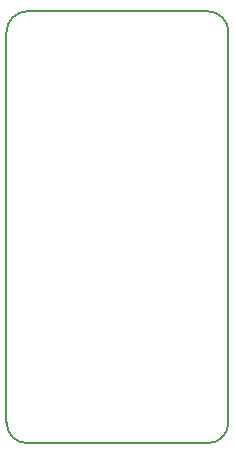
<source format=gbr>
G04 #@! TF.GenerationSoftware,KiCad,Pcbnew,5.0.0-rc3-6a2723a~65~ubuntu18.04.1*
G04 #@! TF.CreationDate,2018-07-16T03:01:28+02:00*
G04 #@! TF.ProjectId,securisam,73656375726973616D2E6B696361645F,rev?*
G04 #@! TF.SameCoordinates,Original*
G04 #@! TF.FileFunction,Profile,NP*
%FSLAX46Y46*%
G04 Gerber Fmt 4.6, Leading zero omitted, Abs format (unit mm)*
G04 Created by KiCad (PCBNEW 5.0.0-rc3-6a2723a~65~ubuntu18.04.1) date Mon Jul 16 03:01:28 2018*
%MOMM*%
%LPD*%
G01*
G04 APERTURE LIST*
%ADD10C,0.150000*%
G04 APERTURE END LIST*
D10*
X116840000Y-92202000D02*
G75*
G02X118618000Y-93980000I0J-1778000D01*
G01*
X99822000Y-93980000D02*
G75*
G02X101600000Y-92202000I1778000J0D01*
G01*
X101600000Y-128778000D02*
G75*
G02X99822000Y-127000000I0J1778000D01*
G01*
X118618000Y-127000000D02*
G75*
G02X116840000Y-128778000I-1778000J0D01*
G01*
X99822000Y-93980000D02*
X99822000Y-127000000D01*
X116840000Y-92202000D02*
X101600000Y-92202000D01*
X118618000Y-127000000D02*
X118618000Y-93980000D01*
X101600000Y-128778000D02*
X116840000Y-128778000D01*
M02*

</source>
